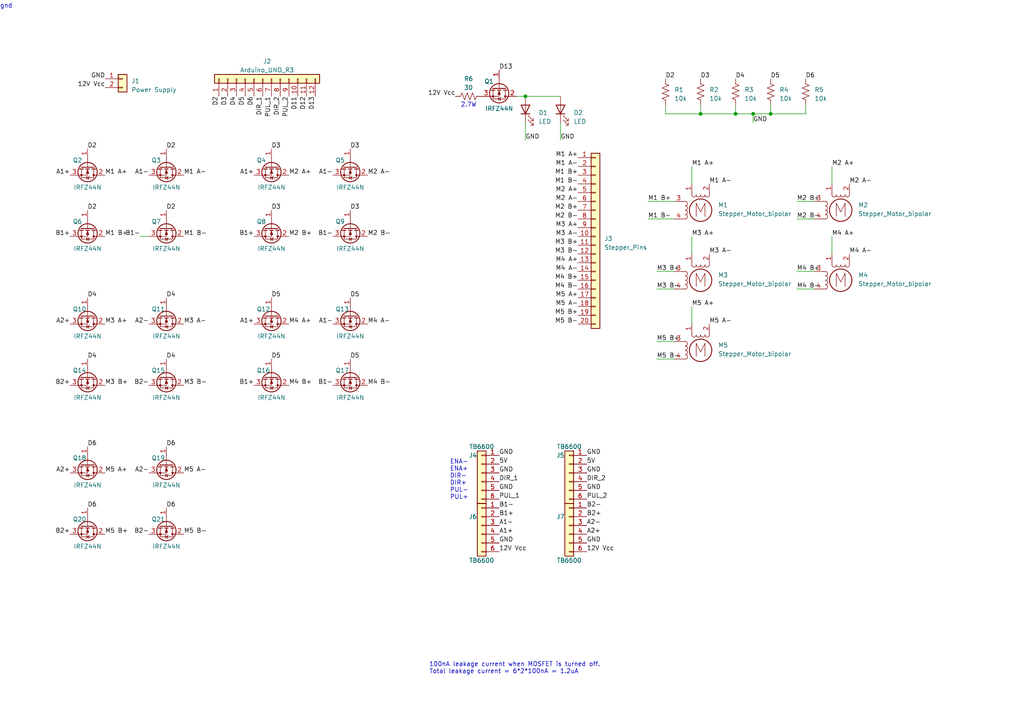
<source format=kicad_sch>
(kicad_sch (version 20230121) (generator eeschema)
  (paper "A4")
  (title_block (title "Stepper Driver Demultiplexer") (date "2023-03-05") (company "Project RBS") (comment 1 "Srikar Bharadwaj R"))
  (lib_symbols
    (symbol "Connector_Generic:Conn_01x02" (pin_names (offset 1.016) hide)
      (property "Reference" "J" (at 0 2.54 0))
      (property "Value" "Conn_01x02" (at 0 -5.08 0))
      (symbol "Conn_01x02_1_1"
        (rectangle (start -1.27 -2.413) (end 0 -2.667) (stroke (width 0.1524)))
        (rectangle (start -1.27 0.127) (end 0 -0.127) (stroke (width 0.1524)))
        (rectangle (start -1.27 1.27) (end 1.27 -3.81) (stroke (width 0.254)) (fill (type background)))
        (pin passive line (at -5.08 0 0) (length 3.81) (name "Pin_1") (number "1"))
        (pin passive line (at -5.08 -2.54 0) (length 3.81) (name "Pin_2") (number "2"))
      )
    )
    (symbol "Connector_Generic:Conn_01x06" (pin_names (offset 1.016) hide)
      (property "Reference" "J" (at 0 7.62 0))
      (property "Value" "Conn_01x06" (at 0 -10.16 0))
      (symbol "Conn_01x06_1_1"
        (rectangle (start -1.27 -7.493) (end 0 -7.747) (stroke (width 0.1524)))
        (rectangle (start -1.27 -4.953) (end 0 -5.207) (stroke (width 0.1524)))
        (rectangle (start -1.27 -2.413) (end 0 -2.667) (stroke (width 0.1524)))
        (rectangle (start -1.27 0.127) (end 0 -0.127) (stroke (width 0.1524)))
        (rectangle (start -1.27 2.667) (end 0 2.413) (stroke (width 0.1524)))
        (rectangle (start -1.27 5.207) (end 0 4.953) (stroke (width 0.1524)))
        (rectangle (start -1.27 6.35) (end 1.27 -8.89) (stroke (width 0.254)) (fill (type background)))
        (pin passive line (at -5.08 5.08 0) (length 3.81) (name "Pin_1") (number "1"))
        (pin passive line (at -5.08 2.54 0) (length 3.81) (name "Pin_2") (number "2"))
        (pin passive line (at -5.08 0 0) (length 3.81) (name "Pin_3") (number "3"))
        (pin passive line (at -5.08 -2.54 0) (length 3.81) (name "Pin_4") (number "4"))
        (pin passive line (at -5.08 -5.08 0) (length 3.81) (name "Pin_5") (number "5"))
        (pin passive line (at -5.08 -7.62 0) (length 3.81) (name "Pin_6") (number "6"))
      )
    )
    (symbol "Connector_Generic:Conn_01x12" (pin_names (offset 1.016) hide)
      (property "Reference" "J" (at 0 15.24 0))
      (property "Value" "Conn_01x12" (at 0 -17.78 0))
      (symbol "Conn_01x12_1_1"
        (rectangle (start -1.27 -15.113) (end 0 -15.367) (stroke (width 0.1524)))
        (rectangle (start -1.27 -12.573) (end 0 -12.827) (stroke (width 0.1524)))
        (rectangle (start -1.27 -10.033) (end 0 -10.287) (stroke (width 0.1524)))
        (rectangle (start -1.27 -7.493) (end 0 -7.747) (stroke (width 0.1524)))
        (rectangle (start -1.27 -4.953) (end 0 -5.207) (stroke (width 0.1524)))
        (rectangle (start -1.27 -2.413) (end 0 -2.667) (stroke (width 0.1524)))
        (rectangle (start -1.27 0.127) (end 0 -0.127) (stroke (width 0.1524)))
        (rectangle (start -1.27 2.667) (end 0 2.413) (stroke (width 0.1524)))
        (rectangle (start -1.27 5.207) (end 0 4.953) (stroke (width 0.1524)))
        (rectangle (start -1.27 7.747) (end 0 7.493) (stroke (width 0.1524)))
        (rectangle (start -1.27 10.287) (end 0 10.033) (stroke (width 0.1524)))
        (rectangle (start -1.27 12.827) (end 0 12.573) (stroke (width 0.1524)))
        (rectangle (start -1.27 13.97) (end 1.27 -16.51) (stroke (width 0.254)) (fill (type background)))
        (pin passive line (at -5.08 12.7 0) (length 3.81) (name "Pin_1") (number "1"))
        (pin passive line (at -5.08 -10.16 0) (length 3.81) (name "Pin_10") (number "10"))
        (pin passive line (at -5.08 -12.7 0) (length 3.81) (name "Pin_11") (number "11"))
        (pin passive line (at -5.08 -15.24 0) (length 3.81) (name "Pin_12") (number "12"))
        (pin passive line (at -5.08 10.16 0) (length 3.81) (name "Pin_2") (number "2"))
        (pin passive line (at -5.08 7.62 0) (length 3.81) (name "Pin_3") (number "3"))
        (pin passive line (at -5.08 5.08 0) (length 3.81) (name "Pin_4") (number "4"))
        (pin passive line (at -5.08 2.54 0) (length 3.81) (name "Pin_5") (number "5"))
        (pin passive line (at -5.08 0 0) (length 3.81) (name "Pin_6") (number "6"))
        (pin passive line (at -5.08 -2.54 0) (length 3.81) (name "Pin_7") (number "7"))
        (pin passive line (at -5.08 -5.08 0) (length 3.81) (name "Pin_8") (number "8"))
        (pin passive line (at -5.08 -7.62 0) (length 3.81) (name "Pin_9") (number "9"))
      )
    )
    (symbol "Connector_Generic:Conn_01x20" (pin_names (offset 1.016) hide)
      (property "Reference" "J" (at 0 25.4 0))
      (property "Value" "Conn_01x20" (at 0 -27.94 0))
      (symbol "Conn_01x20_1_1"
        (rectangle (start -1.27 -25.273) (end 0 -25.527) (stroke (width 0.1524)))
        (rectangle (start -1.27 -22.733) (end 0 -22.987) (stroke (width 0.1524)))
        (rectangle (start -1.27 -20.193) (end 0 -20.447) (stroke (width 0.1524)))
        (rectangle (start -1.27 -17.653) (end 0 -17.907) (stroke (width 0.1524)))
        (rectangle (start -1.27 -15.113) (end 0 -15.367) (stroke (width 0.1524)))
        (rectangle (start -1.27 -12.573) (end 0 -12.827) (stroke (width 0.1524)))
        (rectangle (start -1.27 -10.033) (end 0 -10.287) (stroke (width 0.1524)))
        (rectangle (start -1.27 -7.493) (end 0 -7.747) (stroke (width 0.1524)))
        (rectangle (start -1.27 -4.953) (end 0 -5.207) (stroke (width 0.1524)))
        (rectangle (start -1.27 -2.413) (end 0 -2.667) (stroke (width 0.1524)))
        (rectangle (start -1.27 0.127) (end 0 -0.127) (stroke (width 0.1524)))
        (rectangle (start -1.27 2.667) (end 0 2.413) (stroke (width 0.1524)))
        (rectangle (start -1.27 5.207) (end 0 4.953) (stroke (width 0.1524)))
        (rectangle (start -1.27 7.747) (end 0 7.493) (stroke (width 0.1524)))
        (rectangle (start -1.27 10.287) (end 0 10.033) (stroke (width 0.1524)))
        (rectangle (start -1.27 12.827) (end 0 12.573) (stroke (width 0.1524)))
        (rectangle (start -1.27 15.367) (end 0 15.113) (stroke (width 0.1524)))
        (rectangle (start -1.27 17.907) (end 0 17.653) (stroke (width 0.1524)))
        (rectangle (start -1.27 20.447) (end 0 20.193) (stroke (width 0.1524)))
        (rectangle (start -1.27 22.987) (end 0 22.733) (stroke (width 0.1524)))
        (rectangle (start -1.27 24.13) (end 1.27 -26.67) (stroke (width 0.254)) (fill (type background)))
        (pin passive line (at -5.08 22.86 0) (length 3.81) (name "Pin_1") (number "1"))
        (pin passive line (at -5.08 0 0) (length 3.81) (name "Pin_10") (number "10"))
        (pin passive line (at -5.08 -2.54 0) (length 3.81) (name "Pin_11") (number "11"))
        (pin passive line (at -5.08 -5.08 0) (length 3.81) (name "Pin_12") (number "12"))
        (pin passive line (at -5.08 -7.62 0) (length 3.81) (name "Pin_13") (number "13"))
        (pin passive line (at -5.08 -10.16 0) (length 3.81) (name "Pin_14") (number "14"))
        (pin passive line (at -5.08 -12.7 0) (length 3.81) (name "Pin_15") (number "15"))
        (pin passive line (at -5.08 -15.24 0) (length 3.81) (name "Pin_16") (number "16"))
        (pin passive line (at -5.08 -17.78 0) (length 3.81) (name "Pin_17") (number "17"))
        (pin passive line (at -5.08 -20.32 0) (length 3.81) (name "Pin_18") (number "18"))
        (pin passive line (at -5.08 -22.86 0) (length 3.81) (name "Pin_19") (number "19"))
        (pin passive line (at -5.08 20.32 0) (length 3.81) (name "Pin_2") (number "2"))
        (pin passive line (at -5.08 -25.4 0) (length 3.81) (name "Pin_20") (number "20"))
        (pin passive line (at -5.08 17.78 0) (length 3.81) (name "Pin_3") (number "3"))
        (pin passive line (at -5.08 15.24 0) (length 3.81) (name "Pin_4") (number "4"))
        (pin passive line (at -5.08 12.7 0) (length 3.81) (name "Pin_5") (number "5"))
        (pin passive line (at -5.08 10.16 0) (length 3.81) (name "Pin_6") (number "6"))
        (pin passive line (at -5.08 7.62 0) (length 3.81) (name "Pin_7") (number "7"))
        (pin passive line (at -5.08 5.08 0) (length 3.81) (name "Pin_8") (number "8"))
        (pin passive line (at -5.08 2.54 0) (length 3.81) (name "Pin_9") (number "9"))
      )
    )
    (symbol "Device:LED" (pin_numbers hide) (pin_names (offset 1.016) hide)
      (property "Reference" "D" (at 0 2.54 0))
      (property "Value" "LED" (at 0 -2.54 0))
      (symbol "LED_0_1"
        (polyline (pts (xy -1.27 -1.27) (xy -1.27 1.27)) (stroke (width 0.254)))
        (polyline (pts (xy -1.27 0) (xy 1.27 0)))
        (polyline (pts (xy 1.27 -1.27) (xy 1.27 1.27) (xy -1.27 0) (xy 1.27 -1.27)) (stroke (width 0.254)))
        (polyline (pts (xy -3.048 -0.762) (xy -4.572 -2.286) (xy -3.81 -2.286) (xy -4.572 -2.286) (xy -4.572 -1.524)))
        (polyline (pts (xy -1.778 -0.762) (xy -3.302 -2.286) (xy -2.54 -2.286) (xy -3.302 -2.286) (xy -3.302 -1.524)))
      )
      (symbol "LED_1_1"
        (pin passive line (at -3.81 0 0) (length 2.54) (name "K") (number "1"))
        (pin passive line (at 3.81 0 180) (length 2.54) (name "A") (number "2"))
      )
    )
    (symbol "Device:R_US" (pin_numbers hide) (pin_names (offset 0))
      (property "Reference" "R" (at 2.54 0 90))
      (property "Value" "R_US" (at -2.54 0 90))
      (symbol "R_US_0_1"
        (polyline (pts (xy 0 -2.286) (xy 0 -2.54)))
        (polyline (pts (xy 0 2.286) (xy 0 2.54)))
        (polyline (pts (xy 0 -0.762) (xy 1.016 -1.143) (xy 0 -1.524) (xy -1.016 -1.905) (xy 0 -2.286)))
        (polyline (pts (xy 0 0.762) (xy 1.016 0.381) (xy 0 0) (xy -1.016 -0.381) (xy 0 -0.762)))
        (polyline (pts (xy 0 2.286) (xy 1.016 1.905) (xy 0 1.524) (xy -1.016 1.143) (xy 0 0.762)))
      )
      (symbol "R_US_1_1"
        (pin passive line (at 0 3.81 270) (length 1.27) (name "~") (number "1"))
        (pin passive line (at 0 -3.81 90) (length 1.27) (name "~") (number "2"))
      )
    )
    (symbol "Motor:Stepper_Motor_bipolar" (pin_names (offset 0) hide)
      (property "Reference" "M" (at 3.81 2.54 0))
      (property "Value" "Stepper_Motor_bipolar" (at 3.81 1.27 0))
      (symbol "Stepper_Motor_bipolar_0_0"
        (polyline (pts (xy -1.27 -1.778) (xy -1.27 2.032) (xy 0 -0.508) (xy 1.27 2.032) (xy 1.27 -1.778)))
      )
      (symbol "Stepper_Motor_bipolar_0_1"
        (arc (start -4.445 -2.54) (mid -3.8127 -1.905) (end -4.445 -1.27))
        (arc (start -4.445 -1.27) (mid -3.8127 -0.635) (end -4.445 0))
        (arc (start -4.445 0) (mid -3.8127 0.635) (end -4.445 1.27))
        (arc (start -4.445 1.27) (mid -3.8127 1.905) (end -4.445 2.54))
        (arc (start -2.54 4.445) (mid -1.905 3.8127) (end -1.27 4.445))
        (arc (start -1.27 4.445) (mid -0.635 3.8127) (end 0 4.445))
        (polyline (pts (xy -5.08 -2.54) (xy -4.445 -2.54)))
        (polyline (pts (xy -5.08 2.54) (xy -4.445 2.54)))
        (polyline (pts (xy -2.54 5.08) (xy -2.54 4.445)))
        (polyline (pts (xy 2.54 5.08) (xy 2.54 4.445)))
        (circle (center 0 0) (radius 3.2512) (stroke (width 0.254)))
        (arc (start 0 4.445) (mid 0.635 3.8127) (end 1.27 4.445))
        (arc (start 1.27 4.445) (mid 1.905 3.8127) (end 2.54 4.445))
      )
      (symbol "Stepper_Motor_bipolar_1_1"
        (pin passive line (at -2.54 7.62 270) (length 2.54) (name "~") (number "1"))
        (pin passive line (at 2.54 7.62 270) (length 2.54) (name "-") (number "2"))
        (pin passive line (at -7.62 2.54 0) (length 2.54) (name "~") (number "3"))
        (pin passive line (at -7.62 -2.54 0) (length 2.54) (name "~") (number "4"))
      )
    )
    (symbol "Transistor_FET:IRLZ44N" (pin_names hide)
      (property "Reference" "Q" (at 6.35 1.905 0))
      (property "Value" "IRLZ44N" (at 6.35 0 0))
      (symbol "IRLZ44N_0_1"
        (polyline (pts (xy 0.254 0) (xy -2.54 0)))
        (polyline (pts (xy 0.254 1.905) (xy 0.254 -1.905)) (stroke (width 0.254)))
        (polyline (pts (xy 0.762 -1.27) (xy 0.762 -2.286)) (stroke (width 0.254)))
        (polyline (pts (xy 0.762 0.508) (xy 0.762 -0.508)) (stroke (width 0.254)))
        (polyline (pts (xy 0.762 2.286) (xy 0.762 1.27)) (stroke (width 0.254)))
        (polyline (pts (xy 2.54 2.54) (xy 2.54 1.778)))
        (polyline (pts (xy 2.54 -2.54) (xy 2.54 0) (xy 0.762 0)))
        (polyline (pts (xy 0.762 -1.778) (xy 3.302 -1.778) (xy 3.302 1.778) (xy 0.762 1.778)))
        (polyline (pts (xy 1.016 0) (xy 2.032 0.381) (xy 2.032 -0.381) (xy 1.016 0)) (fill (type outline)))
        (polyline (pts (xy 2.794 0.508) (xy 2.921 0.381) (xy 3.683 0.381) (xy 3.81 0.254)))
        (polyline (pts (xy 3.302 0.381) (xy 2.921 -0.254) (xy 3.683 -0.254) (xy 3.302 0.381)))
        (circle (center 1.651 0) (radius 2.794) (stroke (width 0.254)))
        (circle (center 2.54 -1.778) (radius 0.254) (fill (type outline)))
        (circle (center 2.54 1.778) (radius 0.254) (fill (type outline)))
      )
      (symbol "IRLZ44N_1_1"
        (pin input line (at -5.08 0 0) (length 2.54) (name "G") (number "1"))
        (pin passive line (at 2.54 5.08 270) (length 2.54) (name "D") (number "2"))
        (pin passive line (at 2.54 -5.08 90) (length 2.54) (name "S") (number "3"))
      )
    )
  )
  (junction (at 218.44 33.02))
  (junction (at 213.36 33.02))
  (junction (at 223.52 33.02))
  (junction (at 152.4 27.94))
  (junction (at 203.2 33.02))
  (wire (pts (xy 190.5 83.82) (xy 195.58 83.82)))
  (wire (pts (xy 231.14 63.5) (xy 236.22 63.5)))
  (wire (pts (xy 187.96 63.5) (xy 195.58 63.5)))
  (wire (pts (xy 193.04 30.48) (xy 193.04 33.02)))
  (wire (pts (xy 190.5 78.74) (xy 195.58 78.74)))
  (wire (pts (xy 40.64 68.58) (xy 43.18 68.58)))
  (wire (pts (xy 223.52 30.48) (xy 223.52 33.02)))
  (wire (pts (xy 241.3 48.26) (xy 241.3 53.34)))
  (wire (pts (xy 241.3 68.58) (xy 241.3 73.66)))
  (wire (pts (xy 193.04 33.02) (xy 203.2 33.02)))
  (wire (pts (xy 190.5 104.14) (xy 195.58 104.14)))
  (wire (pts (xy 200.66 68.58) (xy 200.66 73.66)))
  (wire (pts (xy 200.66 88.9) (xy 200.66 93.98)))
  (wire (pts (xy 149.86 27.94) (xy 152.4 27.94)))
  (wire (pts (xy 231.14 83.82) (xy 236.22 83.82)))
  (wire (pts (xy 187.96 58.42) (xy 195.58 58.42)))
  (wire (pts (xy 233.68 30.48) (xy 233.68 33.02)))
  (wire (pts (xy 152.4 27.94) (xy 162.56 27.94)))
  (wire (pts (xy 218.44 33.02) (xy 223.52 33.02)))
  (wire (pts (xy 213.36 30.48) (xy 213.36 33.02)))
  (wire (pts (xy 213.36 33.02) (xy 218.44 33.02)))
  (wire (pts (xy 203.2 30.48) (xy 203.2 33.02)))
  (wire (pts (xy 200.66 48.26) (xy 200.66 53.34)))
  (wire (pts (xy 218.44 33.02) (xy 218.44 35.56)))
  (wire (pts (xy 231.14 78.74) (xy 236.22 78.74)))
  (wire (pts (xy 203.2 33.02) (xy 213.36 33.02)))
  (wire (pts (xy 152.4 40.64) (xy 152.4 35.56)))
  (wire (pts (xy 162.56 40.64) (xy 162.56 35.56)))
  (wire (pts (xy 231.14 58.42) (xy 236.22 58.42)))
  (wire (pts (xy 223.52 33.02) (xy 233.68 33.02)))
  (wire (pts (xy 190.5 99.06) (xy 195.58 99.06)))
  (text_box "ENA-\nENA+\nDIR-\nDIR+\nPUL-\nPUL+" (at 129.54 132.08 0) (size 6.35 13.208) (stroke (width -0.0001) (type dot)) (effects (font (size 1.27 1.27)) (justify left top)))
  (text "2.7W" (at 133.604 31.242 0) (effects (font (size 1.27 1.27)) (justify left bottom)))
  (text "gnd" (at 0 2.54 0) (effects (font (size 1.27 1.27)) (justify left bottom)))
  (text "100nA leakage current when MOSFET is turned off.\nTotal leakage current = 6*2*100nA = 1.2uA" (at 124.46 195.58 0) (effects (font (size 1.27 1.27)) (justify left bottom)))
  (label "M5 B-" (at 53.34 154.94 0))
  (label "D3" (at 78.74 60.96 0))
  (label "D13" (at 144.78 20.32 0))
  (label "M1 A-" (at 205.74 53.34 0))
  (label "GND" (at 144.78 142.24 0))
  (label "D6" (at 73.66 27.94 270))
  (label "M1 B+" (at 30.48 68.58 0))
  (label "B2+" (at 20.32 154.94 180))
  (label "M3 A+" (at 200.66 68.58 0))
  (label "M1 B+" (at 167.64 50.8 180))
  (label "B1+" (at 20.32 68.58 180))
  (label "GND" (at 144.78 157.48 0))
  (label "GND" (at 30.48 22.86 180))
  (label "GND" (at 170.18 142.24 0))
  (label "M4 B-" (at 167.64 83.82 180))
  (label "D4" (at 25.4 86.36 0))
  (label "D4" (at 48.26 104.14 0))
  (label "M3 B+" (at 190.5 78.74 0))
  (label "DIR_1" (at 76.2 27.94 270))
  (label "D4" (at 213.36 22.86 0))
  (label "A1-" (at 96.52 50.8 180))
  (label "M5 A+" (at 30.48 137.16 0))
  (label "M1 B-" (at 53.34 68.58 0))
  (label "M5 B+" (at 30.48 154.94 0))
  (label "A1-" (at 96.52 93.98 180))
  (label "B1-" (at 96.52 68.58 180))
  (label "M3 A-" (at 205.74 73.66 0))
  (label "DIR_2" (at 81.28 27.94 270))
  (label "GND" (at 144.78 132.08 0))
  (label "A2-" (at 170.18 152.4 0))
  (label "A2+" (at 20.32 93.98 180))
  (label "D3" (at 101.6 43.18 0))
  (label "B2-" (at 43.18 154.94 180))
  (label "M4 A-" (at 106.68 93.98 0))
  (label "M3 B+" (at 30.48 111.76 0))
  (label "M1 A+" (at 167.64 45.72 180))
  (label "M3 B-" (at 167.64 73.66 180))
  (label "D6" (at 48.26 147.32 0))
  (label "12V Vcc" (at 144.78 160.02 0))
  (label "D2" (at 48.26 43.18 0))
  (label "M5 B-" (at 167.64 93.98 180))
  (label "B1-" (at 40.64 68.58 180))
  (label "M5 B+" (at 167.64 91.44 180))
  (label "M2 A+" (at 241.3 48.26 0))
  (label "M2 A+" (at 167.64 55.88 180))
  (label "B2-" (at 170.18 147.32 0))
  (label "12V Vcc" (at 30.48 25.4 180))
  (label "D6" (at 233.68 22.86 0))
  (label "GND" (at 218.44 35.56 0))
  (label "B1-" (at 144.78 147.32 0))
  (label "M4 B+" (at 231.14 78.74 0))
  (label "PUL_2" (at 170.18 144.78 0))
  (label "D13" (at 91.44 27.94 270))
  (label "A1+" (at 73.66 93.98 180))
  (label "D2" (at 63.5 27.94 270))
  (label "B2+" (at 170.18 149.86 0))
  (label "B1+" (at 73.66 111.76 180))
  (label "M2 A-" (at 167.64 58.42 180))
  (label "M4 A+" (at 167.64 76.2 180))
  (label "D5" (at 223.52 22.86 0))
  (label "D5" (at 78.74 86.36 0))
  (label "D3" (at 203.2 22.86 0))
  (label "GND" (at 170.18 137.16 0))
  (label "D6" (at 48.26 129.54 0))
  (label "M4 A+" (at 241.3 68.58 0))
  (label "D4" (at 68.58 27.94 270))
  (label "M5 B-" (at 190.5 104.14 0))
  (label "DIR_2" (at 170.18 139.7 0))
  (label "12V Vcc" (at 170.18 160.02 0))
  (label "A1-" (at 43.18 50.8 180))
  (label "A2+" (at 170.18 154.94 0))
  (label "A2-" (at 43.18 93.98 180))
  (label "M1 B-" (at 167.64 53.34 180))
  (label "M3 B+" (at 167.64 71.12 180))
  (label "M2 B-" (at 106.68 68.58 0))
  (label "DIR_1" (at 144.78 139.7 0))
  (label "M2 B-" (at 231.14 63.5 0))
  (label "M4 B+" (at 167.64 81.28 180))
  (label "M4 B-" (at 231.14 83.82 0))
  (label "M4 A+" (at 83.82 93.98 0))
  (label "M4 B+" (at 83.82 111.76 0))
  (label "GND" (at 152.4 40.64 0))
  (label "M3 A+" (at 30.48 93.98 0))
  (label "A1+" (at 73.66 50.8 180))
  (label "D4" (at 25.4 104.14 0))
  (label "D3" (at 101.6 60.96 0))
  (label "GND" (at 170.18 157.48 0))
  (label "M3 A-" (at 53.34 93.98 0))
  (label "M1 A+" (at 30.48 50.8 0))
  (label "5V" (at 170.18 134.62 0))
  (label "PUL_1" (at 144.78 144.78 0))
  (label "A1-" (at 144.78 152.4 0))
  (label "M1 B-" (at 187.96 63.5 0))
  (label "M5 A+" (at 167.64 86.36 180))
  (label "M4 A-" (at 167.64 78.74 180))
  (label "D5" (at 101.6 104.14 0))
  (label "D11" (at 86.36 27.94 270))
  (label "M2 B+" (at 83.82 68.58 0))
  (label "M3 A+" (at 167.64 66.04 180))
  (label "M2 B+" (at 167.64 60.96 180))
  (label "D3" (at 66.04 27.94 270))
  (label "A2+" (at 20.32 137.16 180))
  (label "D5" (at 78.74 104.14 0))
  (label "M1 A-" (at 167.64 48.26 180))
  (label "M3 B-" (at 190.5 83.82 0))
  (label "M2 A-" (at 106.68 50.8 0))
  (label "GND" (at 162.56 40.64 0))
  (label "B1+" (at 73.66 68.58 180))
  (label "M3 A-" (at 167.64 68.58 180))
  (label "M1 A+" (at 200.66 48.26 0))
  (label "12V Vcc" (at 132.08 27.94 180))
  (label "D6" (at 25.4 129.54 0))
  (label "D2" (at 48.26 60.96 0))
  (label "PUL_2" (at 83.82 27.94 270))
  (label "A2-" (at 43.18 137.16 180))
  (label "B2-" (at 43.18 111.76 180))
  (label "5V" (at 144.78 134.62 0))
  (label "B2+" (at 20.32 111.76 180))
  (label "B1-" (at 96.52 111.76 180))
  (label "D6" (at 25.4 147.32 0))
  (label "A1+" (at 144.78 154.94 0))
  (label "M2 B-" (at 167.64 63.5 180))
  (label "D2" (at 25.4 43.18 0))
  (label "GND" (at 170.18 132.08 0))
  (label "D2" (at 193.04 22.86 0))
  (label "M2 B+" (at 231.14 58.42 0))
  (label "D5" (at 101.6 86.36 0))
  (label "M1 B+" (at 187.96 58.42 0))
  (label "M5 B+" (at 190.5 99.06 0))
  (label "M4 B-" (at 106.68 111.76 0))
  (label "M2 A+" (at 83.82 50.8 0))
  (label "PUL_1" (at 78.74 27.94 270))
  (label "D2" (at 25.4 60.96 0))
  (label "M4 A-" (at 246.38 73.66 0))
  (label "M5 A-" (at 205.74 93.98 0))
  (label "B1+" (at 144.78 149.86 0))
  (label "GND" (at 144.78 137.16 0))
  (label "D12" (at 88.9 27.94 270))
  (label "M1 A-" (at 53.34 50.8 0))
  (label "M2 A-" (at 246.38 53.34 0))
  (label "D4" (at 48.26 86.36 0))
  (label "D3" (at 78.74 43.18 0))
  (label "M5 A+" (at 200.66 88.9 0))
  (label "M3 B-" (at 53.34 111.76 0))
  (label "M5 A-" (at 53.34 137.16 0))
  (label "M5 A-" (at 167.64 88.9 180))
  (label "D5" (at 71.12 27.94 270))
  (label "A1+" (at 20.32 50.8 180))
  (symbol (lib_id "Connector_Generic:Conn_01x20") (at 172.72 68.58 0) (unit 1)
    (property "Reference" "J3" (at 175.26 69.215 0) (effects (justify left)))
    (property "Value" "Stepper_Pins" (at 175.26 71.755 0) (effects (justify left)))
    (property "Footprint" "Connector_PinHeader_2.54mm:PinHeader_1x20_P2.54mm_Vertical" (effects hide))
  )
  (symbol (lib_id "Motor:Stepper_Motor_bipolar") (at 203.2 81.28 0) (unit 1)
    (property "Reference" "M3" (at 208.28 79.7941 0) (effects (justify left)))
    (property "Value" "Stepper_Motor_bipolar" (at 208.28 82.3341 0) (effects (justify left)))
    (property "Datasheet" "http://www.infineon.com/dgdl/Application-Note-TLE8110EE_driving_UniPolarStepperMotor_V1.1.pdf?fileId=db3a30431be39b97011be5d0aa0a00b0" (effects hide))
  )
  (symbol (lib_id "Transistor_FET:IRLZ44N") (at 48.26 134.62 270) (unit 1)
    (property "Reference" "Q19" (at 43.942 132.842 90) (effects (justify left)))
    (property "Value" "IRFZ44N" (at 44.196 140.716 90) (effects (justify left)))
    (property "Footprint" "Package_TO_SOT_THT:TO-220-3_Vertical" (effects hide))
    (property "Datasheet" "http://www.irf.com/product-info/datasheets/data/irlz44n.pdf" (effects hide))
  )
  (symbol (lib_id "Connector_Generic:Conn_01x12") (at 76.2 22.86 90) (unit 1)
    (property "Reference" "J2" (at 77.47 17.78 90))
    (property "Value" "Arduino_UNO_R3" (at 77.47 20.32 90))
    (property "Footprint" "Connector_Molex:Molex_KK-254_AE-6410-12A_1x12_P2.54mm_Vertical" (effects hide))
  )
  (symbol (lib_id "Transistor_FET:IRLZ44N") (at 144.78 25.4 270) (unit 1)
    (property "Reference" "Q1" (at 140.462 23.622 90) (effects (justify left)))
    (property "Value" "IRFZ44N" (at 140.716 31.496 90) (effects (justify left)))
    (property "Footprint" "Package_TO_SOT_THT:TO-220-3_Vertical" (effects hide))
    (property "Datasheet" "http://www.irf.com/product-info/datasheets/data/irlz44n.pdf" (effects hide))
  )
  (symbol (lib_id "Transistor_FET:IRLZ44N") (at 25.4 91.44 270) (unit 1)
    (property "Reference" "Q10" (at 21.082 89.662 90) (effects (justify left)))
    (property "Value" "IRFZ44N" (at 21.336 97.536 90) (effects (justify left)))
    (property "Footprint" "Package_TO_SOT_THT:TO-220-3_Vertical" (effects hide))
    (property "Datasheet" "http://www.irf.com/product-info/datasheets/data/irlz44n.pdf" (effects hide))
  )
  (symbol (lib_id "Transistor_FET:IRLZ44N") (at 48.26 91.44 270) (unit 1)
    (property "Reference" "Q11" (at 43.942 89.662 90) (effects (justify left)))
    (property "Value" "IRFZ44N" (at 44.196 97.536 90) (effects (justify left)))
    (property "Footprint" "Package_TO_SOT_THT:TO-220-3_Vertical" (effects hide))
    (property "Datasheet" "http://www.irf.com/product-info/datasheets/data/irlz44n.pdf" (effects hide))
  )
  (symbol (lib_id "Transistor_FET:IRLZ44N") (at 25.4 152.4 270) (unit 1)
    (property "Reference" "Q20" (at 21.082 150.622 90) (effects (justify left)))
    (property "Value" "IRFZ44N" (at 21.336 158.496 90) (effects (justify left)))
    (property "Footprint" "Package_TO_SOT_THT:TO-220-3_Vertical" (effects hide))
    (property "Datasheet" "http://www.irf.com/product-info/datasheets/data/irlz44n.pdf" (effects hide))
  )
  (symbol (lib_id "Connector_Generic:Conn_01x06") (at 165.1 152.4 0) (mirror y) (unit 1)
    (property "Reference" "J7" (at 162.56 149.86 0))
    (property "Value" "TB6600" (at 165.1 162.56 0))
    (property "Footprint" "Connector_Molex:Molex_KK-254_AE-6410-06A_1x06_P2.54mm_Vertical" (effects hide))
  )
  (symbol (lib_id "Device:R_US") (at 135.89 27.94 90) (unit 1)
    (property "Reference" "R6" (at 135.89 22.86 90))
    (property "Value" "30" (at 135.89 25.4 90))
  )
  (symbol (lib_id "Transistor_FET:IRLZ44N") (at 78.74 91.44 270) (unit 1)
    (property "Reference" "Q12" (at 74.422 89.662 90) (effects (justify left)))
    (property "Value" "IRFZ44N" (at 74.676 97.536 90) (effects (justify left)))
    (property "Footprint" "Package_TO_SOT_THT:TO-220-3_Vertical" (effects hide))
    (property "Datasheet" "http://www.irf.com/product-info/datasheets/data/irlz44n.pdf" (effects hide))
  )
  (symbol (lib_id "Device:LED") (at 152.4 31.75 90) (unit 1)
    (property "Reference" "D1" (at 156.21 32.7025 90) (effects (justify right)))
    (property "Value" "LED" (at 156.21 35.2425 90) (effects (justify right)))
  )
  (symbol (lib_id "Motor:Stepper_Motor_bipolar") (at 243.84 81.28 0) (unit 1)
    (property "Reference" "M4" (at 248.92 79.7941 0) (effects (justify left)))
    (property "Value" "Stepper_Motor_bipolar" (at 248.92 82.3341 0) (effects (justify left)))
    (property "Datasheet" "http://www.infineon.com/dgdl/Application-Note-TLE8110EE_driving_UniPolarStepperMotor_V1.1.pdf?fileId=db3a30431be39b97011be5d0aa0a00b0" (effects hide))
  )
  (symbol (lib_id "Transistor_FET:IRLZ44N") (at 25.4 66.04 270) (unit 1)
    (property "Reference" "Q6" (at 21.082 64.262 90) (effects (justify left)))
    (property "Value" "IRFZ44N" (at 21.336 72.136 90) (effects (justify left)))
    (property "Footprint" "Package_TO_SOT_THT:TO-220-3_Vertical" (effects hide))
    (property "Datasheet" "http://www.irf.com/product-info/datasheets/data/irlz44n.pdf" (effects hide))
  )
  (symbol (lib_id "Transistor_FET:IRLZ44N") (at 101.6 91.44 270) (unit 1)
    (property "Reference" "Q13" (at 97.282 89.662 90) (effects (justify left)))
    (property "Value" "IRFZ44N" (at 97.536 97.536 90) (effects (justify left)))
    (property "Footprint" "Package_TO_SOT_THT:TO-220-3_Vertical" (effects hide))
    (property "Datasheet" "http://www.irf.com/product-info/datasheets/data/irlz44n.pdf" (effects hide))
  )
  (symbol (lib_id "Transistor_FET:IRLZ44N") (at 78.74 48.26 270) (unit 1)
    (property "Reference" "Q4" (at 74.422 46.482 90) (effects (justify left)))
    (property "Value" "IRFZ44N" (at 74.676 54.356 90) (effects (justify left)))
    (property "Footprint" "Package_TO_SOT_THT:TO-220-3_Vertical" (effects hide))
    (property "Datasheet" "http://www.irf.com/product-info/datasheets/data/irlz44n.pdf" (effects hide))
  )
  (symbol (lib_id "Transistor_FET:IRLZ44N") (at 101.6 109.22 270) (unit 1)
    (property "Reference" "Q17" (at 97.282 107.442 90) (effects (justify left)))
    (property "Value" "IRFZ44N" (at 97.536 115.316 90) (effects (justify left)))
    (property "Footprint" "Package_TO_SOT_THT:TO-220-3_Vertical" (effects hide))
    (property "Datasheet" "http://www.irf.com/product-info/datasheets/data/irlz44n.pdf" (effects hide))
  )
  (symbol (lib_id "Device:R_US") (at 223.52 26.67 0) (unit 1)
    (property "Reference" "R4" (at 226.06 26.035 0) (effects (justify left)))
    (property "Value" "10k" (at 226.06 28.575 0) (effects (justify left)))
    (property "Footprint" "Resistor_THT:R_Axial_DIN0204_L3.6mm_D1.6mm_P5.08mm_Horizontal" (effects hide))
  )
  (symbol (lib_id "Device:R_US") (at 193.04 26.67 0) (unit 1)
    (property "Reference" "R1" (at 195.58 26.035 0) (effects (justify left)))
    (property "Value" "10k" (at 195.58 28.575 0) (effects (justify left)))
    (property "Footprint" "Resistor_THT:R_Axial_DIN0204_L3.6mm_D1.6mm_P5.08mm_Horizontal" (effects hide))
  )
  (symbol (lib_id "Transistor_FET:IRLZ44N") (at 48.26 109.22 270) (unit 1)
    (property "Reference" "Q15" (at 43.942 107.442 90) (effects (justify left)))
    (property "Value" "IRFZ44N" (at 44.196 115.316 90) (effects (justify left)))
    (property "Footprint" "Package_TO_SOT_THT:TO-220-3_Vertical" (effects hide))
    (property "Datasheet" "http://www.irf.com/product-info/datasheets/data/irlz44n.pdf" (effects hide))
  )
  (symbol (lib_id "Motor:Stepper_Motor_bipolar") (at 243.84 60.96 0) (unit 1)
    (property "Reference" "M2" (at 248.92 59.4741 0) (effects (justify left)))
    (property "Value" "Stepper_Motor_bipolar" (at 248.92 62.0141 0) (effects (justify left)))
    (property "Datasheet" "http://www.infineon.com/dgdl/Application-Note-TLE8110EE_driving_UniPolarStepperMotor_V1.1.pdf?fileId=db3a30431be39b97011be5d0aa0a00b0" (effects hide))
  )
  (symbol (lib_id "Motor:Stepper_Motor_bipolar") (at 203.2 101.6 0) (unit 1)
    (property "Reference" "M5" (at 208.28 100.1141 0) (effects (justify left)))
    (property "Value" "Stepper_Motor_bipolar" (at 208.28 102.6541 0) (effects (justify left)))
    (property "Datasheet" "http://www.infineon.com/dgdl/Application-Note-TLE8110EE_driving_UniPolarStepperMotor_V1.1.pdf?fileId=db3a30431be39b97011be5d0aa0a00b0" (effects hide))
  )
  (symbol (lib_id "Transistor_FET:IRLZ44N") (at 25.4 109.22 270) (unit 1)
    (property "Reference" "Q14" (at 21.082 107.442 90) (effects (justify left)))
    (property "Value" "IRFZ44N" (at 21.336 115.316 90) (effects (justify left)))
    (property "Footprint" "Package_TO_SOT_THT:TO-220-3_Vertical" (effects hide))
    (property "Datasheet" "http://www.irf.com/product-info/datasheets/data/irlz44n.pdf" (effects hide))
  )
  (symbol (lib_id "Transistor_FET:IRLZ44N") (at 25.4 48.26 270) (unit 1)
    (property "Reference" "Q2" (at 21.082 46.482 90) (effects (justify left)))
    (property "Value" "IRFZ44N" (at 21.336 54.356 90) (effects (justify left)))
    (property "Footprint" "Package_TO_SOT_THT:TO-220-3_Vertical" (effects hide))
    (property "Datasheet" "http://www.irf.com/product-info/datasheets/data/irlz44n.pdf" (effects hide))
  )
  (symbol (lib_id "Device:R_US") (at 213.36 26.67 0) (unit 1)
    (property "Reference" "R3" (at 215.9 26.035 0) (effects (justify left)))
    (property "Value" "10k" (at 215.9 28.575 0) (effects (justify left)))
    (property "Footprint" "Resistor_THT:R_Axial_DIN0204_L3.6mm_D1.6mm_P5.08mm_Horizontal" (effects hide))
  )
  (symbol (lib_id "Device:R_US") (at 203.2 26.67 0) (unit 1)
    (property "Reference" "R2" (at 205.74 26.035 0) (effects (justify left)))
    (property "Value" "10k" (at 205.74 28.575 0) (effects (justify left)))
    (property "Footprint" "Resistor_THT:R_Axial_DIN0204_L3.6mm_D1.6mm_P5.08mm_Horizontal" (effects hide))
  )
  (symbol (lib_id "Transistor_FET:IRLZ44N") (at 78.74 109.22 270) (unit 1)
    (property "Reference" "Q16" (at 74.422 107.442 90) (effects (justify left)))
    (property "Value" "IRFZ44N" (at 74.676 115.316 90) (effects (justify left)))
    (property "Footprint" "Package_TO_SOT_THT:TO-220-3_Vertical" (effects hide))
    (property "Datasheet" "http://www.irf.com/product-info/datasheets/data/irlz44n.pdf" (effects hide))
  )
  (symbol (lib_id "Device:R_US") (at 233.68 26.67 0) (unit 1)
    (property "Reference" "R5" (at 236.22 26.035 0) (effects (justify left)))
    (property "Value" "10k" (at 236.22 28.575 0) (effects (justify left)))
    (property "Footprint" "Resistor_THT:R_Axial_DIN0204_L3.6mm_D1.6mm_P5.08mm_Horizontal" (effects hide))
  )
  (symbol (lib_id "Motor:Stepper_Motor_bipolar") (at 203.2 60.96 0) (unit 1)
    (property "Reference" "M1" (at 208.28 59.4741 0) (effects (justify left)))
    (property "Value" "Stepper_Motor_bipolar" (at 208.28 62.0141 0) (effects (justify left)))
    (property "Datasheet" "http://www.infineon.com/dgdl/Application-Note-TLE8110EE_driving_UniPolarStepperMotor_V1.1.pdf?fileId=db3a30431be39b97011be5d0aa0a00b0" (effects hide))
  )
  (symbol (lib_id "Connector_Generic:Conn_01x06") (at 165.1 137.16 0) (mirror y) (unit 1)
    (property "Reference" "J5" (at 162.56 132.08 0))
    (property "Value" "TB6600" (at 165.1 129.54 0))
    (property "Footprint" "Connector_Molex:Molex_KK-254_AE-6410-06A_1x06_P2.54mm_Vertical" (effects hide))
  )
  (symbol (lib_id "Transistor_FET:IRLZ44N") (at 48.26 152.4 270) (unit 1)
    (property "Reference" "Q21" (at 43.942 150.622 90) (effects (justify left)))
    (property "Value" "IRFZ44N" (at 44.196 158.496 90) (effects (justify left)))
    (property "Footprint" "Package_TO_SOT_THT:TO-220-3_Vertical" (effects hide))
    (property "Datasheet" "http://www.irf.com/product-info/datasheets/data/irlz44n.pdf" (effects hide))
  )
  (symbol (lib_id "Transistor_FET:IRLZ44N") (at 48.26 66.04 270) (unit 1)
    (property "Reference" "Q7" (at 43.942 64.262 90) (effects (justify left)))
    (property "Value" "IRFZ44N" (at 44.196 72.136 90) (effects (justify left)))
    (property "Footprint" "Package_TO_SOT_THT:TO-220-3_Vertical" (effects hide))
    (property "Datasheet" "http://www.irf.com/product-info/datasheets/data/irlz44n.pdf" (effects hide))
  )
  (symbol (lib_id "Connector_Generic:Conn_01x06") (at 139.7 137.16 0) (mirror y) (unit 1)
    (property "Reference" "J4" (at 137.16 132.08 0))
    (property "Value" "TB6600" (at 139.7 129.54 0))
    (property "Footprint" "Connector_Molex:Molex_KK-254_AE-6410-06A_1x06_P2.54mm_Vertical" (effects hide))
  )
  (symbol (lib_id "Transistor_FET:IRLZ44N") (at 25.4 134.62 270) (unit 1)
    (property "Reference" "Q18" (at 21.082 132.842 90) (effects (justify left)))
    (property "Value" "IRFZ44N" (at 21.336 140.716 90) (effects (justify left)))
    (property "Footprint" "Package_TO_SOT_THT:TO-220-3_Vertical" (effects hide))
    (property "Datasheet" "http://www.irf.com/product-info/datasheets/data/irlz44n.pdf" (effects hide))
  )
  (symbol (lib_id "Transistor_FET:IRLZ44N") (at 101.6 66.04 270) (unit 1)
    (property "Reference" "Q9" (at 97.282 64.262 90) (effects (justify left)))
    (property "Value" "IRFZ44N" (at 97.536 72.136 90) (effects (justify left)))
    (property "Footprint" "Package_TO_SOT_THT:TO-220-3_Vertical" (effects hide))
    (property "Datasheet" "http://www.irf.com/product-info/datasheets/data/irlz44n.pdf" (effects hide))
  )
  (symbol (lib_id "Transistor_FET:IRLZ44N") (at 48.26 48.26 270) (unit 1)
    (property "Reference" "Q3" (at 43.942 46.482 90) (effects (justify left)))
    (property "Value" "IRFZ44N" (at 44.196 54.356 90) (effects (justify left)))
    (property "Footprint" "Package_TO_SOT_THT:TO-220-3_Vertical" (effects hide))
    (property "Datasheet" "http://www.irf.com/product-info/datasheets/data/irlz44n.pdf" (effects hide))
  )
  (symbol (lib_id "Transistor_FET:IRLZ44N") (at 101.6 48.26 270) (unit 1)
    (property "Reference" "Q5" (at 97.282 46.482 90) (effects (justify left)))
    (property "Value" "IRFZ44N" (at 97.536 54.356 90) (effects (justify left)))
    (property "Footprint" "Package_TO_SOT_THT:TO-220-3_Vertical" (effects hide))
    (property "Datasheet" "http://www.irf.com/product-info/datasheets/data/irlz44n.pdf" (effects hide))
  )
  (symbol (lib_id "Transistor_FET:IRLZ44N") (at 78.74 66.04 270) (unit 1)
    (property "Reference" "Q8" (at 74.422 64.262 90) (effects (justify left)))
    (property "Value" "IRFZ44N" (at 74.676 72.136 90) (effects (justify left)))
    (property "Footprint" "Package_TO_SOT_THT:TO-220-3_Vertical" (effects hide))
    (property "Datasheet" "http://www.irf.com/product-info/datasheets/data/irlz44n.pdf" (effects hide))
  )
  (symbol (lib_id "Connector_Generic:Conn_01x06") (at 139.7 152.4 0) (mirror y) (unit 1)
    (property "Reference" "J6" (at 137.16 149.86 0))
    (property "Value" "TB6600" (at 139.7 162.56 0))
    (property "Footprint" "Connector_Molex:Molex_KK-254_AE-6410-06A_1x06_P2.54mm_Vertical" (effects hide))
  )
  (symbol (lib_id "Connector_Generic:Conn_01x02") (at 35.56 22.86 0) (unit 1)
    (property "Reference" "J1" (at 38.1 23.495 0) (effects (justify left)))
    (property "Value" "Power Supply" (at 38.1 26.035 0) (effects (justify left)))
    (property "Footprint" "Connector_Molex:Molex_KK-254_AE-6410-02A_1x02_P2.54mm_Vertical" (effects hide))
  )
  (symbol (lib_id "Device:LED") (at 162.56 31.75 90) (unit 1)
    (property "Reference" "D2" (at 166.37 32.7025 90) (effects (justify right)))
    (property "Value" "LED" (at 166.37 35.2425 90) (effects (justify right)))
  )
)
</source>
